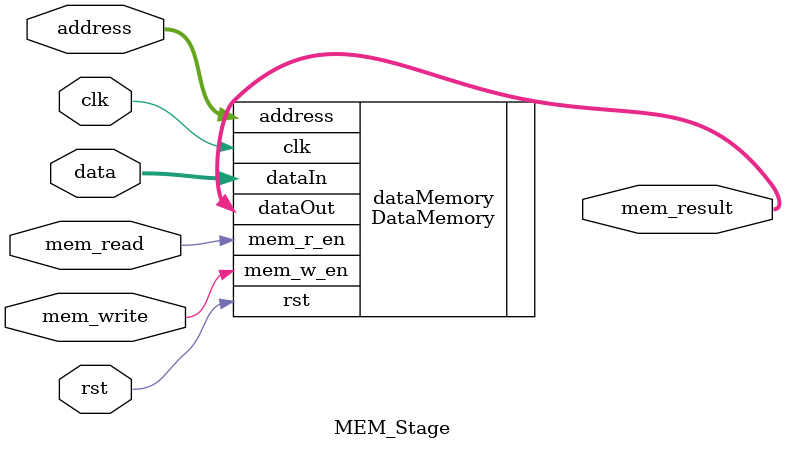
<source format=v>
module MEM_Stage (
	input clk, rst, mem_read, mem_write,
	input[31:0] address, data,

	output[31:0] mem_result
);

	DataMemory dataMemory(
		.clk(clk),
		.rst(rst),
		.mem_r_en(mem_read),
		.mem_w_en(mem_write),
		.address(address),
		.dataIn(data),
		.dataOut(mem_result)
	);

endmodule

</source>
